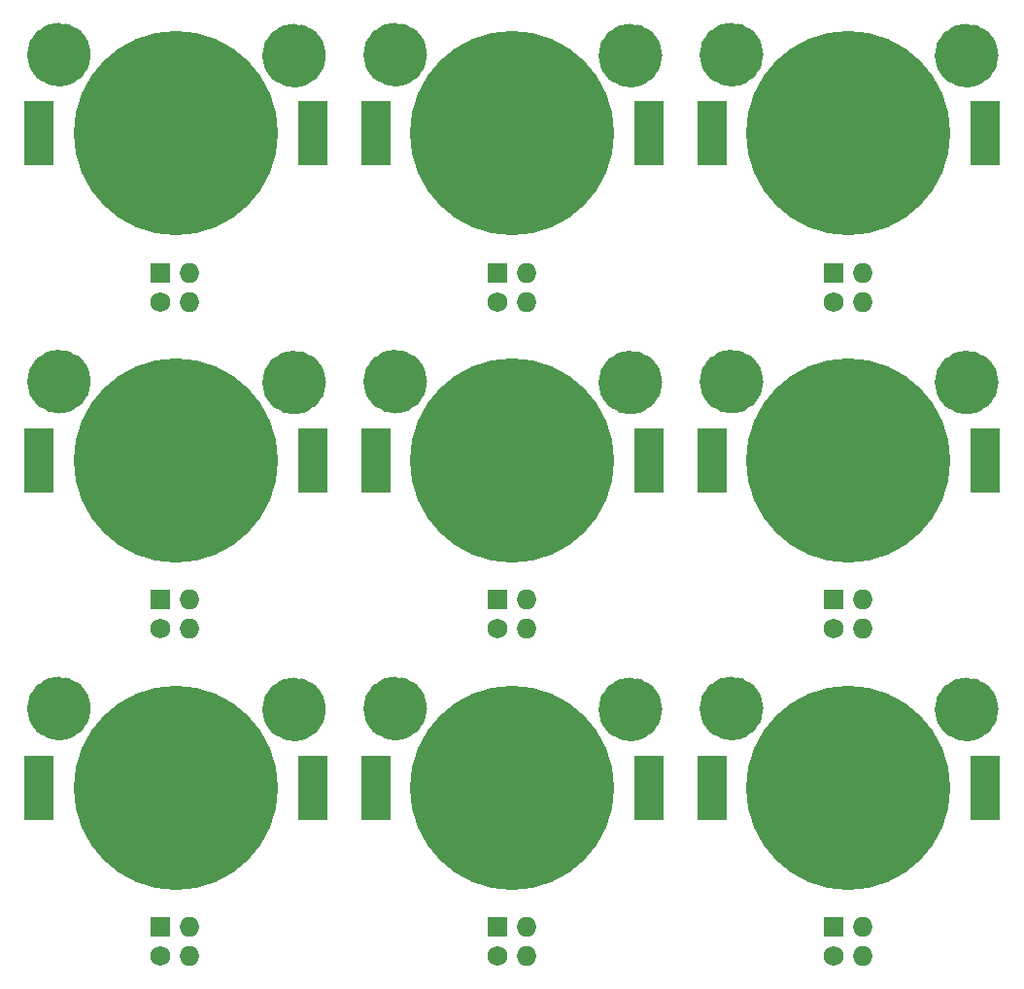
<source format=gbr>
%TF.GenerationSoftware,KiCad,Pcbnew,7.0.2-0*%
%TF.CreationDate,2024-04-23T15:27:55-05:00*%
%TF.ProjectId,saopowerbrdvcut,73616f70-6f77-4657-9262-726476637574,rev?*%
%TF.SameCoordinates,Original*%
%TF.FileFunction,Soldermask,Top*%
%TF.FilePolarity,Negative*%
%FSLAX46Y46*%
G04 Gerber Fmt 4.6, Leading zero omitted, Abs format (unit mm)*
G04 Created by KiCad (PCBNEW 7.0.2-0) date 2024-04-23 15:27:55*
%MOMM*%
%LPD*%
G01*
G04 APERTURE LIST*
%ADD10C,2.764001*%
%ADD11R,2.600000X5.560000*%
%ADD12C,17.800000*%
%ADD13R,1.727200X1.727200*%
%ADD14C,1.727200*%
%ADD15O,1.727200X1.727200*%
G04 APERTURE END LIST*
D10*
X169004999Y-51541709D02*
G75*
G03*
X169004999Y-51541709I-1382000J0D01*
G01*
X160193000Y-23126654D02*
G75*
G03*
X160193000Y-23126654I-1382000J0D01*
G01*
X110401001Y-23050654D02*
G75*
G03*
X110401001Y-23050654I-1382000J0D01*
G01*
X139703000Y-51541709D02*
G75*
G03*
X139703000Y-51541709I-1382000J0D01*
G01*
X139703000Y-80032764D02*
G75*
G03*
X139703000Y-80032764I-1382000J0D01*
G01*
X130891001Y-51617709D02*
G75*
G03*
X130891001Y-51617709I-1382000J0D01*
G01*
X130891001Y-80108764D02*
G75*
G03*
X130891001Y-80108764I-1382000J0D01*
G01*
X189494999Y-80108764D02*
G75*
G03*
X189494999Y-80108764I-1382000J0D01*
G01*
X169004999Y-23050654D02*
G75*
G03*
X169004999Y-23050654I-1382000J0D01*
G01*
X160193000Y-51617709D02*
G75*
G03*
X160193000Y-51617709I-1382000J0D01*
G01*
X169004999Y-80032764D02*
G75*
G03*
X169004999Y-80032764I-1382000J0D01*
G01*
X110401001Y-51541709D02*
G75*
G03*
X110401001Y-51541709I-1382000J0D01*
G01*
X110401001Y-80032764D02*
G75*
G03*
X110401001Y-80032764I-1382000J0D01*
G01*
X189494999Y-51617709D02*
G75*
G03*
X189494999Y-51617709I-1382000J0D01*
G01*
X139703000Y-23050654D02*
G75*
G03*
X139703000Y-23050654I-1382000J0D01*
G01*
X160193000Y-80108764D02*
G75*
G03*
X160193000Y-80108764I-1382000J0D01*
G01*
X130891001Y-23126654D02*
G75*
G03*
X130891001Y-23126654I-1382000J0D01*
G01*
X189494999Y-23126654D02*
G75*
G03*
X189494999Y-23126654I-1382000J0D01*
G01*
D11*
%TO.C,REF\u002A\u002A*%
X165907999Y-58421709D03*
X189717999Y-58421709D03*
D12*
X177812999Y-58421709D03*
%TD*%
D11*
%TO.C,REF\u002A\u002A*%
X165907999Y-29930654D03*
X189717999Y-29930654D03*
D12*
X177812999Y-29930654D03*
%TD*%
D13*
%TO.C,REF\u002A\u002A*%
X117884001Y-42040654D03*
D14*
X117884001Y-44580654D03*
D15*
X120424001Y-42040654D03*
X120424001Y-44580654D03*
%TD*%
D13*
%TO.C,REF\u002A\u002A*%
X147186000Y-42040654D03*
D14*
X147186000Y-44580654D03*
D15*
X149726000Y-42040654D03*
X149726000Y-44580654D03*
%TD*%
D11*
%TO.C,REF\u002A\u002A*%
X136606000Y-86912764D03*
X160416000Y-86912764D03*
D12*
X148511000Y-86912764D03*
%TD*%
D13*
%TO.C,REF\u002A\u002A*%
X176487999Y-70531709D03*
D14*
X176487999Y-73071709D03*
D15*
X179027999Y-70531709D03*
X179027999Y-73071709D03*
%TD*%
D13*
%TO.C,REF\u002A\u002A*%
X117884001Y-99022764D03*
D14*
X117884001Y-101562764D03*
D15*
X120424001Y-99022764D03*
X120424001Y-101562764D03*
%TD*%
D11*
%TO.C,REF\u002A\u002A*%
X136606000Y-58421709D03*
X160416000Y-58421709D03*
D12*
X148511000Y-58421709D03*
%TD*%
D13*
%TO.C,REF\u002A\u002A*%
X117884001Y-70531709D03*
D14*
X117884001Y-73071709D03*
D15*
X120424001Y-70531709D03*
X120424001Y-73071709D03*
%TD*%
D13*
%TO.C,REF\u002A\u002A*%
X176487999Y-42040654D03*
D14*
X176487999Y-44580654D03*
D15*
X179027999Y-42040654D03*
X179027999Y-44580654D03*
%TD*%
D13*
%TO.C,REF\u002A\u002A*%
X147186000Y-99022764D03*
D14*
X147186000Y-101562764D03*
D15*
X149726000Y-99022764D03*
X149726000Y-101562764D03*
%TD*%
D13*
%TO.C,REF\u002A\u002A*%
X147186000Y-70531709D03*
D14*
X147186000Y-73071709D03*
D15*
X149726000Y-70531709D03*
X149726000Y-73071709D03*
%TD*%
D11*
%TO.C,REF\u002A\u002A*%
X107304001Y-86912764D03*
X131114001Y-86912764D03*
D12*
X119209001Y-86912764D03*
%TD*%
D11*
%TO.C,REF\u002A\u002A*%
X107304001Y-58421709D03*
X131114001Y-58421709D03*
D12*
X119209001Y-58421709D03*
%TD*%
D11*
%TO.C,REF\u002A\u002A*%
X107304001Y-29930654D03*
X131114001Y-29930654D03*
D12*
X119209001Y-29930654D03*
%TD*%
D13*
%TO.C,REF\u002A\u002A*%
X176487999Y-99022764D03*
D14*
X176487999Y-101562764D03*
D15*
X179027999Y-99022764D03*
X179027999Y-101562764D03*
%TD*%
D11*
%TO.C,REF\u002A\u002A*%
X136606000Y-29930654D03*
X160416000Y-29930654D03*
D12*
X148511000Y-29930654D03*
%TD*%
D11*
%TO.C,REF\u002A\u002A*%
X165907999Y-86912764D03*
X189717999Y-86912764D03*
D12*
X177812999Y-86912764D03*
%TD*%
M02*

</source>
